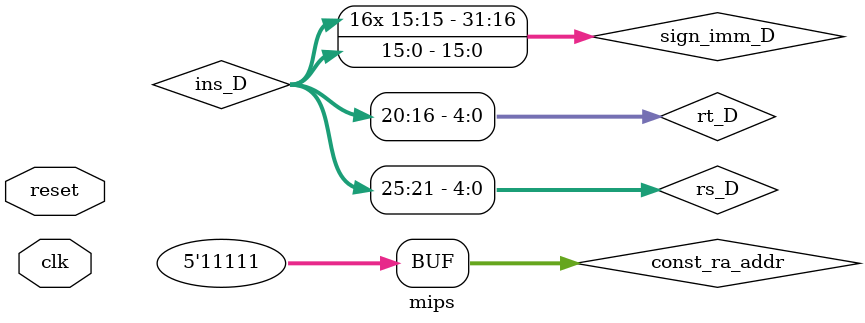
<source format=v>
`timescale 1ns / 1ps

module mips(
    input wire clk,
    input wire reset
    );

    //===================Stage F(Fetch)===================
    wire npc_sel, stall_F;
    wire [31:0] npc_imm, ins_F, pc4_F;
    IFU IFU(
        .clk(clk), 
        .rst(reset), 
        .sel(npc_sel), 
        .imm(npc_imm), 
        .stall(stall_F), 
        .PC_4(pc4_F), 
        .Instr(ins_F)
    );
    
    //===================Stage D(Decode)===================
    wire stall_D;
    wire [31:0] ins_D, pc4_D;
    StageD StageD(
        .clk(clk), 
        .rst(reset), 
        .stall(stall_D), 
        .instr_in(ins_F), 
        .pc_in(pc4_F), 
        .instr_out(ins_D), 
        .pc_out(pc4_D)
    );
    wire reg_write_D, mem_write_D, reg_dst_D, mem_to_reg_D, alu_src_D, link_D;
    wire [3:0] jump_type, alu_ctr_D;
    wire [1:0] rs_usage, rt_usage;
    Decoder Decoder(
        .opcode(ins_D[31:26]), 
        .funct(ins_D[5:0]), 
        .RegWrite(reg_write_D), 
        .MemWrite(mem_write_D), 
        .JType(jump_type), 
        .RegDst(reg_dst_D), 
        .MemToReg(mem_to_reg_D), 
        .ALUCtr(alu_ctr_D), 
        .ALUSrc(alu_src_D), 
        .Link(link_D), 
        .RsUsage(rs_usage), 
        .RtUsage(rt_usage)
    );
    wire [4:0] rs_D = ins_D[25:21];
    wire [4:0] rt_D = ins_D[20:16];
    wire [31:0] data1_D, data2_D;
    wire [31:0] pc8_W, result_W;
    wire [4:0] reg_addr_W;
    wire reg_write_W;
    GRF GRF(
        .clk(clk), 
        .WE(reg_write_W), 
        .rst(reset), 
        .A1(rs_D), 
        .A2(rt_D), 
        .A3(reg_addr_W), 
        .WD(result_W), 
        .PC8(pc8_W), 
        .RD1(data1_D), 
        .RD2(data2_D)
    );
    wire [31:0] sign_imm_D = $signed(ins_D[15:0]);
    wire [31:0] data1_with_fw, data2_with_fw;
    wire forward_a_D, forward_b_D;
    wire [31:0] alu_out_M;
    mux2 #(32) Mux_FW_data1_D(.sel(forward_a_D), .in0(data1_D), .in1(alu_out_M), .out(data1_with_fw));
    mux2 #(32) Mux_FW_data2_D(.sel(forward_b_D), .in0(data2_D), .in1(alu_out_M), .out(data2_with_fw));
    NpcController NpcController(
        .op(jump_type), 
        .pc4(pc4_D), 
        .data1(data1_with_fw), 
        .data2(data2_with_fw), 
        .imm26(ins_D[25:0]), 
        .imm32(sign_imm_D), 
        .out(npc_imm), 
        .sel(npc_sel)
    );
    
    //===================Stage E(Execute)===================
    wire flush_E;
    wire reg_write_E, mem_write_E, reg_dst_E, mem_to_reg_E, alu_src_E, link_E;
    wire [3:0] alu_ctr_E;
    wire [31:0] data1_E, data2_E, sign_imm_E, pc8_E;
    wire [4:0] rs_E, rt_E, rd_E;
    StageE StageE(
        .clk(clk), 
        .rst(reset), 
        .flush(flush_E), 
        .RegWrite_in(reg_write_D), 
        .MemWrite_in(mem_write_D), 
        .RegDst_in(reg_dst_D), 
        .MemToReg_in(mem_to_reg_D), 
        .ALUCtr_in(alu_ctr_D), 
        .ALUSrc_in(alu_src_D), 
        .Link_in(link_D), 
        .data1_in(data1_D), 
        .data2_in(data2_D), 
        .rs_in(rs_D), 
        .rt_in(rt_D), 
        .rd_in(ins_D[15:11]), 
        .imm_in(sign_imm_D), 
        .pc_in(pc4_D + 4), // use pc+8 starting from E
        .RegWrite_out(reg_write_E), 
        .MemWrite_out(mem_write_E), 
        .RegDst_out(reg_dst_E), 
        .MemToReg_out(mem_to_reg_E), 
        .ALUCtr_out(alu_ctr_E), 
        .ALUSrc_out(alu_src_E), 
        .Link_out(link_E), 
        .data1_out(data1_E), 
        .data2_out(data2_E), 
        .rs_out(rs_E), 
        .rt_out(rt_E), 
        .rd_out(rd_E), 
        .imm_out(sign_imm_E), 
        .pc_out(pc8_E)
    );
    wire [1:0] forward_a_E, forward_b_E;
    wire [31:0] alu_data_a, alu_data_b, write_data_E;
    mux4 #(32) Mux_FW_data1_E(.sel(forward_a_E), .in0(data1_E), .in1(result_W), .in2(alu_out_M), .out(alu_data_a));
    mux4 #(32) Mux_FW_data2_E(.sel(forward_b_E), .in0(data2_E), .in1(result_W), .in2(alu_out_M), .out(write_data_E));
    mux2 #(32) Mux_SEL_alu_data(.sel(alu_src_E), .in0(write_data_E), .in1(sign_imm_E), .out(alu_data_b));
    wire [31:0] alu_ans, alu_out_E;
    ALU ALU(
        .A(alu_data_a), 
        .B(alu_data_b), 
        .op(alu_ctr_E), 
        .C(alu_ans)
    );
    mux2 #(32) Mux_SEL_alu_out(.sel(link_E), .in0(alu_ans), .in1(pc8_E), .out(alu_out_E));
    wire [4:0] const_ra_addr = 5'd31;
    wire [4:0] reg_addr_tmp, reg_addr_E;
    mux2 #(5) Mux_SEL_reg_addr_1(.sel(reg_dst_E), .in0(rt_E), .in1(rd_E), .out(reg_addr_tmp));
    mux2 #(5) Mux_SEL_reg_addr_2(.sel(link_E), .in0(reg_addr_tmp), .in1(const_ra_addr), .out(reg_addr_E));
        
    //===================Stage M(Memory)===================
    wire reg_write_M, mem_write_M, mem_to_reg_M;
    wire [31:0] write_data_M, pc8_M;
    wire [4:0] reg_addr_M, rt_M;
    StageM StageM(
        .clk(clk), 
        .rst(reset), 
        .RegWrite_in(reg_write_E), 
        .MemWrite_in(mem_write_E), 
        .MemToReg_in(mem_to_reg_E), 
        .ALUOut_in(alu_out_E), 
        .WriteData_in(write_data_E), 
        .RegAddr_in(reg_addr_E), 
        .pc_in(pc8_E), 
        .rt_in(rt_E),
        .rt_out(rt_M),
        .RegWrite_out(reg_write_M), 
        .MemWrite_out(mem_write_M), 
        .MemToReg_out(mem_to_reg_M), 
        .ALUOut_out(alu_out_M), 
        .WriteData_out(write_data_M), 
        .RegAddr_out(reg_addr_M), 
        .pc_out(pc8_M)
    );
    wire [31:0] read_data_M, write_data_with_fw;
    wire forward_M;
    mux2 #(32) Mux_FW_write_data_M(.sel(forward_M), .in0(write_data_M), .in1(result_W), .out(write_data_with_fw));
    DM DM(
        .clk(clk), 
        .rst(reset), 
        .str(mem_write_M), 
        .A(alu_out_M[13:2]), 
        .D(write_data_with_fw), 
        .pc8(pc8_M), 
        .RD(read_data_M)
    );
            
    //===================Stage W(Write back)===================
    wire mem_to_reg_W;
    wire [31:0] alu_out_W, read_data_W;
    StageW StageW(
        .clk(clk), 
        .rst(reset), 
        .RegWrite_in(reg_write_M), 
        .MemToReg_in(mem_to_reg_M), 
        .ALUOut_in(alu_out_M), 
        .ReadData_in(read_data_M), 
        .RegAddr_in(reg_addr_M), 
        .pc_in(pc8_M), 
        .RegWrite_out(reg_write_W), 
        .MemToReg_out(mem_to_reg_W), 
        .ALUOut_out(alu_out_W), 
        .ReadData_out(read_data_W), 
        .RegAddr_out(reg_addr_W), 
        .pc_out(pc8_W)
    );
    mux2 #(32) Mux_SEL_write_result(.sel(mem_to_reg_W), .in0(alu_out_W), .in1(read_data_W), .out(result_W));
    
    //===================Conflict handle===================
    ConflictController ConflictController(
        .RsD(rs_D), 
        .RtD(rt_D), 
        .RsE(rs_E), 
        .RtE(rt_E), 
        .RtM(rt_M),
        .RegAddrE(reg_addr_E), 
        .RegAddrM(reg_addr_M), 
        .RegAddrW(reg_addr_W), 
        .RsUsageD(rs_usage), 
        .RtUsageD(rt_usage), 
        .MemToRegE(mem_to_reg_E), 
        .RegWriteE(reg_write_E), 
        .MemToRegM(mem_to_reg_M), 
        .RegWriteM(reg_write_M), 
        .RegWriteW(reg_write_W), 
        .StallD(stall_D), 
        .StallF(stall_F), 
        .FlushE(flush_E), 
        .ForwardAD(forward_a_D), 
        .ForwardBD(forward_b_D), 
        .ForwardAE(forward_a_E), 
        .ForwardBE(forward_b_E),
        .ForwardM(forward_M)
    );

endmodule

</source>
